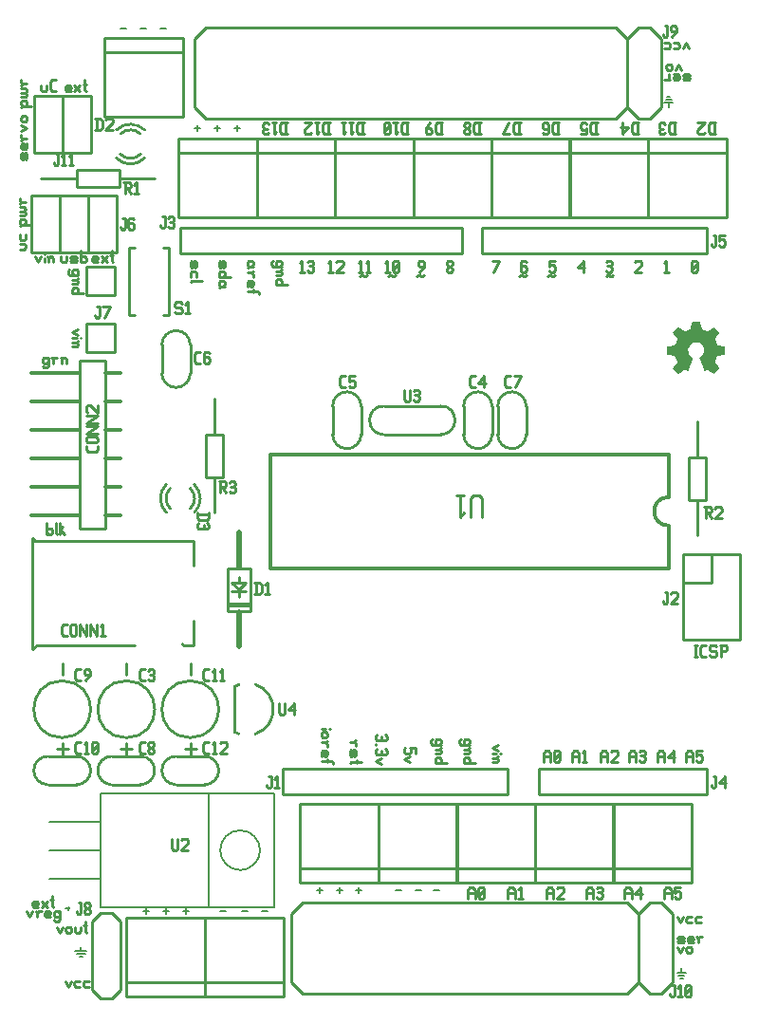
<source format=gbr>
G04 start of page 8 for group -4079 idx -4079 *
G04 Title: (unknown), topsilk *
G04 Creator: pcb 20110918 *
G04 CreationDate: Mon Jul 30 19:20:07 2012 UTC *
G04 For: frankenteddy *
G04 Format: Gerber/RS-274X *
G04 PCB-Dimensions: 259500 348500 *
G04 PCB-Coordinate-Origin: lower left *
%MOIN*%
%FSLAX25Y25*%
%LNTOPSILK*%
%ADD74C,0.0050*%
%ADD73C,0.0120*%
%ADD72C,0.0200*%
%ADD71C,0.0125*%
%ADD70C,0.0100*%
%ADD69C,0.0070*%
%ADD68C,0.0001*%
G54D68*G36*
X239977Y240714D02*X242554D01*
X242637Y240682D01*
X242684Y240606D01*
X242733Y240367D01*
X242777Y240145D01*
X243168Y238013D01*
X243215Y237925D01*
X243298Y237867D01*
X243401Y237823D01*
X244191Y237552D01*
X244941Y237194D01*
X244947D01*
X245034Y237156D01*
X245131Y237142D01*
X245229Y237173D01*
X247002Y238392D01*
X247193Y238517D01*
X247394Y238653D01*
X247480Y238678D01*
X247562Y238642D01*
X247893Y238312D01*
X248397Y237812D01*
X248555Y237649D01*
X249054Y237151D01*
X249216Y236994D01*
X249384Y236820D01*
X249423Y236735D01*
X249401Y236646D01*
X249265Y236445D01*
X249136Y236255D01*
X247947Y234519D01*
X247915Y234427D01*
X247930Y234330D01*
X247975Y234231D01*
X248658Y232625D01*
X248695Y232534D01*
X248758Y232456D01*
X248848Y232409D01*
X250887Y232028D01*
X251111Y231985D01*
X251354Y231942D01*
X251429Y231895D01*
X251458Y231812D01*
Y229235D01*
X251429Y229146D01*
X251354Y229099D01*
X251111Y229056D01*
X250887Y229013D01*
X248908Y228644D01*
X248820Y228596D01*
X248766Y228513D01*
X248738Y228453D01*
Y228442D01*
X248023Y226669D01*
X248018Y226657D01*
X248001Y226614D01*
X247984Y226513D01*
X248012Y226419D01*
X249141Y224787D01*
X249265Y224596D01*
X249406Y224395D01*
X249425Y224309D01*
X249384Y224227D01*
X249216Y224048D01*
X249054Y223891D01*
X247736Y222573D01*
X247562Y222405D01*
X247480Y222364D01*
X247394Y222382D01*
X247193Y222524D01*
X247002Y222648D01*
X245408Y223745D01*
X245309Y223774D01*
X245212Y223755D01*
X244881Y223571D01*
X244687Y223462D01*
X244340Y223284D01*
X244255Y223278D01*
X244193Y223338D01*
X244047Y223695D01*
X243959Y223902D01*
X242576Y227260D01*
X242488Y227466D01*
X242391Y227699D01*
X242387Y227794D01*
X242440Y227867D01*
X242663Y227998D01*
X242804Y228106D01*
X243340Y228552D01*
X243755Y229116D01*
X244022Y229775D01*
X244116Y230505D01*
X244058Y231080D01*
X243893Y231614D01*
X243630Y232099D01*
X243281Y232521D01*
X242861Y232870D01*
X242377Y233134D01*
X241843Y233299D01*
X241269Y233357D01*
X240694Y233299D01*
X240159Y233134D01*
X239676Y232870D01*
X239254Y232521D01*
X238906Y232099D01*
X238644Y231614D01*
X238479Y231080D01*
X238420Y230505D01*
X238513Y229775D01*
X238780Y229116D01*
X239194Y228552D01*
X239733Y228106D01*
X239869Y227998D01*
X240091Y227867D01*
X240145Y227794D01*
X240140Y227699D01*
X240043Y227466D01*
X239955Y227260D01*
X238572Y223902D01*
X238486Y223695D01*
X238338Y223338D01*
X238277Y223278D01*
X238193Y223284D01*
X237851Y223462D01*
X237650Y223571D01*
X237319Y223755D01*
X237220Y223774D01*
X237123Y223745D01*
X235529Y222648D01*
X235344Y222524D01*
X235138Y222382D01*
X235051Y222364D01*
X234969Y222405D01*
X234795Y222573D01*
X234638Y222735D01*
X234140Y223234D01*
X233977Y223392D01*
X233477Y223891D01*
X233315Y224048D01*
X233147Y224227D01*
X233108Y224309D01*
X233130Y224395D01*
X233266Y224596D01*
X233397Y224787D01*
X234519Y226419D01*
X234547Y226513D01*
X234530Y226614D01*
X234508Y226674D01*
X233798Y228448D01*
X233765Y228513D01*
X233711Y228596D01*
X233625Y228644D01*
X231644Y229013D01*
X231422Y229056D01*
X231183Y229099D01*
X231104Y229149D01*
X231075Y229235D01*
Y231812D01*
X231104Y231895D01*
X231183Y231942D01*
X231422Y231991D01*
X231644Y232028D01*
X233684Y232409D01*
X233773Y232456D01*
X233836Y232539D01*
X233873Y232625D01*
X234562Y234231D01*
X234601Y234330D01*
X234618Y234427D01*
X234590Y234519D01*
X233397Y236260D01*
X233266Y236445D01*
X233130Y236646D01*
X233108Y236735D01*
X233147Y236820D01*
X233315Y236994D01*
X233477Y237151D01*
X234969Y238642D01*
X235051Y238678D01*
X235138Y238659D01*
X235344Y238523D01*
X235529Y238392D01*
X237302Y237173D01*
X237400Y237144D01*
X237498Y237162D01*
X237584Y237194D01*
X237595Y237199D01*
X238341Y237553D01*
X239131Y237828D01*
X239234Y237867D01*
X239318Y237925D01*
X239363Y238013D01*
X239761Y240145D01*
X239798Y240367D01*
X239847Y240606D01*
X239894Y240682D01*
X239977Y240714D01*
G37*
G54D69*X81500Y33500D02*X83500D01*
X88500D02*X90500D01*
X108000Y41000D02*X110000D01*
X109000Y40000D02*Y42000D01*
X115000Y41000D02*X117000D01*
X116000Y40000D02*Y42000D01*
X121500Y41000D02*X123500D01*
X122500Y40000D02*Y42000D01*
X135500Y41000D02*X137500D01*
X142500D02*X144500D01*
X149000D02*X151000D01*
X234500Y12000D02*X237500D01*
X236000D02*Y13500D01*
X235000Y11000D02*X237000D01*
X235500Y10000D02*X236500D01*
X231500Y316000D02*Y317500D01*
X231000Y319500D02*X232000D01*
X230500Y318500D02*X232500D01*
X230000Y317500D02*X233000D01*
X53000Y343500D02*X55000D01*
X46000D02*X48000D01*
X39000D02*X41000D01*
X79000Y308500D02*X81000D01*
X80000Y307500D02*Y309500D01*
X72000Y308500D02*X74000D01*
X73000Y307500D02*Y309500D01*
X65000Y308500D02*X67000D01*
X66000Y307500D02*Y309500D01*
X61000Y33500D02*X63000D01*
X62000Y32500D02*Y34500D01*
X74000Y33500D02*X76000D01*
X47000D02*X49000D01*
X48000Y32500D02*Y34500D01*
X54000Y33500D02*X56000D01*
X55000Y32500D02*Y34500D01*
X23000Y19500D02*X27000D01*
X25000D02*Y21000D01*
X23500Y18500D02*X26500D01*
X24500Y17500D02*X25500D01*
X19500Y34500D02*X21000D01*
X20500Y35000D01*
Y34000D01*
X21000Y34500D01*
G54D70*X19500Y9000D02*X20500Y7000D01*
X21500Y9000D02*X20500Y7000D01*
X23200Y9000D02*X24700D01*
X22700Y8500D02*X23200Y9000D01*
X22700Y8500D02*Y7500D01*
X23200Y7000D01*
X24700D01*
X26400Y9000D02*X27900D01*
X25900Y8500D02*X26400Y9000D01*
X25900Y8500D02*Y7500D01*
X26400Y7000D01*
X27900D01*
X16500Y28000D02*X17500Y26000D01*
X18500Y28000D02*X17500Y26000D01*
X19700Y27500D02*Y26500D01*
Y27500D02*X20200Y28000D01*
X21200D01*
X21700Y27500D01*
Y26500D01*
X21200Y26000D02*X21700Y26500D01*
X20200Y26000D02*X21200D01*
X19700Y26500D02*X20200Y26000D01*
X22900Y28000D02*Y26500D01*
X23400Y26000D01*
X24400D01*
X24900Y26500D01*
Y28000D02*Y26500D01*
X26600Y30000D02*Y26500D01*
X27100Y26000D01*
X26100Y28500D02*X27100D01*
X8500Y35000D02*X10000D01*
X8000Y35500D02*X8500Y35000D01*
X8000Y36500D02*Y35500D01*
Y36500D02*X8500Y37000D01*
X9500D01*
X10000Y36500D01*
X8000Y36000D02*X10000D01*
Y36500D02*Y36000D01*
X11200Y37000D02*X13200Y35000D01*
X11200D02*X13200Y37000D01*
X14900Y39000D02*Y35500D01*
X15400Y35000D01*
X14400Y37500D02*X15400D01*
X6000Y33500D02*X7000Y31500D01*
X8000Y33500D02*X7000Y31500D01*
X9700Y33000D02*Y31500D01*
Y33000D02*X10200Y33500D01*
X11200D01*
X9200D02*X9700Y33000D01*
X12900Y31500D02*X14400D01*
X12400Y32000D02*X12900Y31500D01*
X12400Y33000D02*Y32000D01*
Y33000D02*X12900Y33500D01*
X13900D01*
X14400Y33000D01*
X12400Y32500D02*X14400D01*
Y33000D02*Y32500D01*
X17100Y33500D02*X17600Y33000D01*
X16100Y33500D02*X17100D01*
X15600Y33000D02*X16100Y33500D01*
X15600Y33000D02*Y32000D01*
X16100Y31500D01*
X17100D01*
X17600Y32000D01*
X15600Y30500D02*X16100Y30000D01*
X17100D01*
X17600Y30500D01*
Y33500D02*Y30500D01*
X18000Y263500D02*Y262000D01*
X18500Y261500D01*
X19500D01*
X20000Y262000D01*
Y263500D02*Y262000D01*
X21700Y261500D02*X23200D01*
X23700Y262000D01*
X23200Y262500D02*X23700Y262000D01*
X21700Y262500D02*X23200D01*
X21200Y263000D02*X21700Y262500D01*
X21200Y263000D02*X21700Y263500D01*
X23200D01*
X23700Y263000D01*
X21200Y262000D02*X21700Y261500D01*
X24900Y265500D02*Y261500D01*
Y262000D02*X25400Y261500D01*
X26400D01*
X26900Y262000D01*
Y263000D02*Y262000D01*
X26400Y263500D02*X26900Y263000D01*
X25400Y263500D02*X26400D01*
X24900Y263000D02*X25400Y263500D01*
X29500Y261500D02*X31000D01*
X29000Y262000D02*X29500Y261500D01*
X29000Y263000D02*Y262000D01*
Y263000D02*X29500Y263500D01*
X30500D01*
X31000Y263000D01*
X29000Y262500D02*X31000D01*
Y263000D02*Y262500D01*
X32200Y263500D02*X34200Y261500D01*
X32200D02*X34200Y263500D01*
X35900Y265500D02*Y262000D01*
X36400Y261500D01*
X35400Y264000D02*X36400D01*
X9000Y263500D02*X10000Y261500D01*
X11000Y263500D02*X10000Y261500D01*
X12200Y264500D02*Y264400D01*
Y263000D02*Y261500D01*
X13700Y263000D02*Y261500D01*
Y263000D02*X14200Y263500D01*
X14700D01*
X15200Y263000D01*
Y261500D01*
X13200Y263500D02*X13700Y263000D01*
X3500Y266000D02*X5000D01*
X5500Y266500D01*
Y267500D02*Y266500D01*
Y267500D02*X5000Y268000D01*
X3500D02*X5000D01*
X3500Y271200D02*Y269700D01*
X4000Y269200D02*X3500Y269700D01*
X4000Y269200D02*X5000D01*
X5500Y269700D01*
Y271200D02*Y269700D01*
X4000Y274700D02*X7000D01*
X3500Y274200D02*X4000Y274700D01*
X3500Y275200D01*
Y276200D02*Y275200D01*
Y276200D02*X4000Y276700D01*
X5000D01*
X5500Y276200D02*X5000Y276700D01*
X5500Y276200D02*Y275200D01*
X5000Y274700D02*X5500Y275200D01*
X3500Y277900D02*X5000D01*
X5500Y278400D01*
Y278900D02*Y278400D01*
Y278900D02*X5000Y279400D01*
X3500D02*X5000D01*
X5500Y279900D01*
Y280400D02*Y279900D01*
Y280400D02*X5000Y280900D01*
X3500D02*X5000D01*
X4000Y282600D02*X5500D01*
X4000D02*X3500Y283100D01*
Y284100D02*Y283100D01*
Y282100D02*X4000Y282600D01*
X11000Y323500D02*Y322000D01*
X11500Y321500D01*
X12500D01*
X13000Y322000D01*
Y323500D02*Y322000D01*
X14900Y321500D02*X16200D01*
X14200Y322200D02*X14900Y321500D01*
X14200Y324800D02*Y322200D01*
Y324800D02*X14900Y325500D01*
X16200D01*
X20000Y321500D02*X21500D01*
X19500Y322000D02*X20000Y321500D01*
X19500Y323000D02*Y322000D01*
Y323000D02*X20000Y323500D01*
X21000D01*
X21500Y323000D01*
X19500Y322500D02*X21500D01*
Y323000D02*Y322500D01*
X22700Y323500D02*X24700Y321500D01*
X22700D02*X24700Y323500D01*
X26400Y325500D02*Y322000D01*
X26900Y321500D01*
X25900Y324000D02*X26900D01*
X6000Y299500D02*Y298000D01*
Y299500D02*X5500Y300000D01*
X5000Y299500D02*X5500Y300000D01*
X5000Y299500D02*Y298000D01*
X4500Y297500D02*X5000Y298000D01*
X4500Y297500D02*X4000Y298000D01*
Y299500D02*Y298000D01*
Y299500D02*X4500Y300000D01*
X5500Y297500D02*X6000Y298000D01*
Y303200D02*Y301700D01*
X5500Y301200D02*X6000Y301700D01*
X4500Y301200D02*X5500D01*
X4500D02*X4000Y301700D01*
Y302700D02*Y301700D01*
Y302700D02*X4500Y303200D01*
X5000D02*Y301200D01*
X4500Y303200D02*X5000D01*
X4500Y304900D02*X6000D01*
X4500D02*X4000Y305400D01*
Y306400D02*Y305400D01*
Y304400D02*X4500Y304900D01*
X4000Y307600D02*X6000Y308600D01*
X4000Y309600D02*X6000Y308600D01*
X4500Y310800D02*X5500D01*
X4500D02*X4000Y311300D01*
Y312300D02*Y311300D01*
Y312300D02*X4500Y312800D01*
X5500D01*
X6000Y312300D02*X5500Y312800D01*
X6000Y312300D02*Y311300D01*
X5500Y310800D02*X6000Y311300D01*
X4500Y316300D02*X7500D01*
X4000Y315800D02*X4500Y316300D01*
X4000Y316800D01*
Y317800D02*Y316800D01*
Y317800D02*X4500Y318300D01*
X5500D01*
X6000Y317800D02*X5500Y318300D01*
X6000Y317800D02*Y316800D01*
X5500Y316300D02*X6000Y316800D01*
X4000Y319500D02*X5500D01*
X6000Y320000D01*
Y320500D02*Y320000D01*
Y320500D02*X5500Y321000D01*
X4000D02*X5500D01*
X6000Y321500D01*
Y322000D02*Y321500D01*
Y322000D02*X5500Y322500D01*
X4000D02*X5500D01*
X4500Y324200D02*X6000D01*
X4500D02*X4000Y324700D01*
Y325700D02*Y324700D01*
Y323700D02*X4500Y324200D01*
X24000Y257500D02*X23500Y257000D01*
X24000Y258500D02*Y257500D01*
X23500Y259000D02*X24000Y258500D01*
X22500Y259000D02*X23500D01*
X22500D02*X22000Y258500D01*
Y257500D01*
X22500Y257000D01*
X21000Y259000D02*X20500Y258500D01*
Y257500D01*
X21000Y257000D01*
X24000D01*
X22000Y255300D02*X23500D01*
X24000Y254800D01*
Y254300D01*
X23500Y253800D01*
X22000D02*X23500D01*
X24000Y255800D02*X23500Y255300D01*
X22000Y250600D02*X26000D01*
X22000Y251100D02*X22500Y250600D01*
X22000Y252100D02*Y251100D01*
X22500Y252600D02*X22000Y252100D01*
X22500Y252600D02*X23500D01*
X24000Y252100D01*
Y251100D01*
X23500Y250600D01*
X24000Y238000D02*X22000Y237000D01*
X24000Y236000D02*X22000Y237000D01*
X24900Y234800D02*X25000D01*
X22000D02*X23500D01*
X22000Y233300D02*X23500D01*
X24000Y232800D01*
Y232300D01*
X23500Y231800D01*
X22000D02*X23500D01*
X24000Y233800D02*X23500Y233300D01*
X13000Y228000D02*X13500Y227500D01*
X12000Y228000D02*X13000D01*
X11500Y227500D02*X12000Y228000D01*
X11500Y227500D02*Y226500D01*
X12000Y226000D01*
X13000D01*
X13500Y226500D01*
X11500Y225000D02*X12000Y224500D01*
X13000D01*
X13500Y225000D01*
Y228000D02*Y225000D01*
X15200Y227500D02*Y226000D01*
Y227500D02*X15700Y228000D01*
X16700D01*
X14700D02*X15200Y227500D01*
X18400D02*Y226000D01*
Y227500D02*X18900Y228000D01*
X19400D01*
X19900Y227500D01*
Y226000D01*
X17900Y228000D02*X18400Y227500D01*
X13000Y170000D02*Y166000D01*
Y166500D02*X13500Y166000D01*
X14500D01*
X15000Y166500D01*
Y167500D02*Y166500D01*
X14500Y168000D02*X15000Y167500D01*
X13500Y168000D02*X14500D01*
X13000Y167500D02*X13500Y168000D01*
X16200Y170000D02*Y166500D01*
X16700Y166000D01*
X17700Y170000D02*Y166000D01*
Y167500D02*X19200Y166000D01*
X17700Y167500D02*X18700Y168500D01*
X247500Y310500D02*Y306500D01*
X246200D02*X245500Y307200D01*
Y309800D02*Y307200D01*
X246200Y310500D02*X245500Y309800D01*
X246200Y310500D02*X248000D01*
X246200Y306500D02*X248000D01*
X244300Y307000D02*X243800Y306500D01*
X242300D02*X243800D01*
X242300D02*X241800Y307000D01*
Y308000D02*Y307000D01*
X244300Y310500D02*X241800Y308000D01*
Y310500D02*X244300D01*
X238500Y336500D02*X237500Y338500D01*
X236500Y336500D02*X237500Y338500D01*
X233300Y336500D02*X234800D01*
X235300Y337000D02*X234800Y336500D01*
X235300Y338000D02*Y337000D01*
Y338000D02*X234800Y338500D01*
X233300D02*X234800D01*
X230100Y336500D02*X231600D01*
X232100Y337000D02*X231600Y336500D01*
X232100Y338000D02*Y337000D01*
Y338000D02*X231600Y338500D01*
X230100D02*X231600D01*
X237000Y327500D02*X238500D01*
X237000D02*X236500Y327000D01*
X237000Y326500D02*X236500Y327000D01*
X237000Y326500D02*X238500D01*
X239000Y326000D02*X238500Y326500D01*
X239000Y326000D02*X238500Y325500D01*
X237000D02*X238500D01*
X237000D02*X236500Y326000D01*
X239000Y327000D02*X238500Y327500D01*
X233300D02*X234800D01*
X235300Y327000D02*X234800Y327500D01*
X235300Y327000D02*Y326000D01*
X234800Y325500D01*
X233800D02*X234800D01*
X233800D02*X233300Y326000D01*
Y326500D02*X235300D01*
X233300D02*Y326000D01*
X231600Y327500D02*Y326000D01*
X231100Y325500D01*
X230100D02*X231100D01*
X232100D02*X231600Y326000D01*
X236000Y329000D02*X235000Y331000D01*
X234000Y329000D02*X235000Y331000D01*
X232800Y330500D02*Y329500D01*
X232300Y329000D01*
X231300D02*X232300D01*
X231300D02*X230800Y329500D01*
Y330500D02*Y329500D01*
X231300Y331000D02*X230800Y330500D01*
X231300Y331000D02*X232300D01*
X232800Y330500D02*X232300Y331000D01*
X233500Y310500D02*Y306500D01*
X232200D02*X231500Y307200D01*
Y309800D02*Y307200D01*
X232200Y310500D02*X231500Y309800D01*
X232200Y310500D02*X234000D01*
X232200Y306500D02*X234000D01*
X230300Y307000D02*X229800Y306500D01*
X228800D02*X229800D01*
X228800D02*X228300Y307000D01*
X228800Y310500D02*X228300Y310000D01*
X228800Y310500D02*X229800D01*
X230300Y310000D02*X229800Y310500D01*
X228800Y308300D02*X229800D01*
X228300Y307800D02*Y307000D01*
Y310000D02*Y308800D01*
X228800Y308300D01*
X228300Y307800D02*X228800Y308300D01*
X220500Y310500D02*Y306500D01*
X219200D02*X218500Y307200D01*
Y309800D02*Y307200D01*
X219200Y310500D02*X218500Y309800D01*
X219200Y310500D02*X221000D01*
X219200Y306500D02*X221000D01*
X217300Y309000D02*X215300Y306500D01*
X214800Y309000D02*X217300D01*
X215300Y310500D02*Y306500D01*
X206000Y310500D02*Y306500D01*
X204700D02*X204000Y307200D01*
Y309800D02*Y307200D01*
X204700Y310500D02*X204000Y309800D01*
X204700Y310500D02*X206500D01*
X204700Y306500D02*X206500D01*
X200800D02*X202800D01*
Y308500D02*Y306500D01*
Y308500D02*X202300Y308000D01*
X201300D02*X202300D01*
X201300D02*X200800Y308500D01*
Y310000D02*Y308500D01*
X201300Y310500D02*X200800Y310000D01*
X201300Y310500D02*X202300D01*
X202800Y310000D02*X202300Y310500D01*
X239500Y258500D02*X240000Y258000D01*
X239500Y261500D02*Y258500D01*
Y261500D02*X240000Y262000D01*
X241000D01*
X241500Y261500D01*
Y258500D01*
X241000Y258000D02*X241500Y258500D01*
X240000Y258000D02*X241000D01*
X239500Y259000D02*X241500Y261000D01*
X230000Y261200D02*X230800Y262000D01*
Y258000D01*
X230000D02*X231500D01*
X219500Y261500D02*X220000Y262000D01*
X221500D01*
X222000Y261500D01*
Y260500D01*
X219500Y258000D02*X222000Y260500D01*
X219500Y258000D02*X222000D01*
X209500Y261500D02*X210000Y262000D01*
X211000D01*
X211500Y261500D01*
X211000Y258000D02*X211500Y258500D01*
X210000Y258000D02*X211000D01*
X209500Y258500D02*X210000Y258000D01*
Y260200D02*X211000D01*
X211500Y261500D02*Y260700D01*
Y259700D02*Y258500D01*
Y259700D02*X211000Y260200D01*
X211500Y260700D02*X211000Y260200D01*
X199500Y259500D02*X201500Y262000D01*
X199500Y259500D02*X202000D01*
X201500Y262000D02*Y258000D01*
X209500Y256500D02*X210000Y257000D01*
X210500D01*
X211000Y256500D01*
X211500D01*
X212000Y257000D01*
X192500Y310500D02*Y306500D01*
X191200D02*X190500Y307200D01*
Y309800D02*Y307200D01*
X191200Y310500D02*X190500Y309800D01*
X191200Y310500D02*X193000D01*
X191200Y306500D02*X193000D01*
X187800D02*X187300Y307000D01*
X187800Y306500D02*X188800D01*
X189300Y307000D02*X188800Y306500D01*
X189300Y310000D02*Y307000D01*
Y310000D02*X188800Y310500D01*
X187800Y308300D02*X187300Y308800D01*
X187800Y308300D02*X189300D01*
X187800Y310500D02*X188800D01*
X187800D02*X187300Y310000D01*
Y308800D01*
X179000Y310500D02*Y306500D01*
X177700D02*X177000Y307200D01*
Y309800D02*Y307200D01*
X177700Y310500D02*X177000Y309800D01*
X177700Y310500D02*X179500D01*
X177700Y306500D02*X179500D01*
X175300Y310500D02*X173300Y306500D01*
X175800D01*
X165000Y310500D02*Y306500D01*
X163700D02*X163000Y307200D01*
Y309800D02*Y307200D01*
X163700Y310500D02*X163000Y309800D01*
X163700Y310500D02*X165500D01*
X163700Y306500D02*X165500D01*
X161800Y310000D02*X161300Y310500D01*
X161800Y310000D02*Y309200D01*
X161100Y308500D01*
X160500D02*X161100D01*
X160500D02*X159800Y309200D01*
Y310000D02*Y309200D01*
X160300Y310500D02*X159800Y310000D01*
X160300Y310500D02*X161300D01*
X161800Y307800D02*X161100Y308500D01*
X161800Y307800D02*Y307000D01*
X161300Y306500D01*
X160300D02*X161300D01*
X160300D02*X159800Y307000D01*
Y307800D02*Y307000D01*
X160500Y308500D02*X159800Y307800D01*
X151500Y310500D02*Y306500D01*
X150200D02*X149500Y307200D01*
Y309800D02*Y307200D01*
X150200Y310500D02*X149500Y309800D01*
X150200Y310500D02*X152000D01*
X150200Y306500D02*X152000D01*
X147800Y310500D02*X146300Y308500D01*
Y307000D01*
X146800Y306500D02*X146300Y307000D01*
X146800Y306500D02*X147800D01*
X148300Y307000D02*X147800Y306500D01*
X148300Y308000D02*Y307000D01*
Y308000D02*X147800Y308500D01*
X146300D02*X147800D01*
X139500Y310500D02*Y306500D01*
X138200D02*X137500Y307200D01*
Y309800D02*Y307200D01*
X138200Y310500D02*X137500Y309800D01*
X138200Y310500D02*X140000D01*
X138200Y306500D02*X140000D01*
X136300Y307300D02*X135500Y306500D01*
Y310500D02*Y306500D01*
X134800Y310500D02*X136300D01*
X133600Y310000D02*X133100Y310500D01*
X133600Y310000D02*Y307000D01*
X133100Y306500D01*
X132100D02*X133100D01*
X132100D02*X131600Y307000D01*
Y310000D02*Y307000D01*
X132100Y310500D02*X131600Y310000D01*
X132100Y310500D02*X133100D01*
X133600Y309500D02*X131600Y307500D01*
X124000Y310500D02*Y306500D01*
X122700D02*X122000Y307200D01*
Y309800D02*Y307200D01*
X122700Y310500D02*X122000Y309800D01*
X122700Y310500D02*X124500D01*
X122700Y306500D02*X124500D01*
X120800Y307300D02*X120000Y306500D01*
Y310500D02*Y306500D01*
X119300Y310500D02*X120800D01*
X118100Y307300D02*X117300Y306500D01*
Y310500D02*Y306500D01*
X116600Y310500D02*X118100D01*
X112000D02*Y306500D01*
X110700D02*X110000Y307200D01*
Y309800D02*Y307200D01*
X110700Y310500D02*X110000Y309800D01*
X110700Y310500D02*X112500D01*
X110700Y306500D02*X112500D01*
X108800Y307300D02*X108000Y306500D01*
Y310500D02*Y306500D01*
X107300Y310500D02*X108800D01*
X106100Y307000D02*X105600Y306500D01*
X104100D02*X105600D01*
X104100D02*X103600Y307000D01*
Y308000D02*Y307000D01*
X106100Y310500D02*X103600Y308000D01*
Y310500D02*X106100D01*
X97000D02*Y306500D01*
X95700D02*X95000Y307200D01*
Y309800D02*Y307200D01*
X95700Y310500D02*X95000Y309800D01*
X95700Y310500D02*X97500D01*
X95700Y306500D02*X97500D01*
X93800Y307300D02*X93000Y306500D01*
Y310500D02*Y306500D01*
X92300Y310500D02*X93800D01*
X91100Y307000D02*X90600Y306500D01*
X89600D02*X90600D01*
X89600D02*X89100Y307000D01*
X89600Y310500D02*X89100Y310000D01*
X89600Y310500D02*X90600D01*
X91100Y310000D02*X90600Y310500D01*
X89600Y308300D02*X90600D01*
X89100Y307800D02*Y307000D01*
Y310000D02*Y308800D01*
X89600Y308300D01*
X89100Y307800D02*X89600Y308300D01*
X189500Y262000D02*X191500D01*
X189500D02*Y260000D01*
X190000Y260500D01*
X191000D01*
X191500Y260000D01*
Y258500D01*
X191000Y258000D02*X191500Y258500D01*
X190000Y258000D02*X191000D01*
X189500Y258500D02*X190000Y258000D01*
X189000Y256500D02*X189500Y257000D01*
X190000D01*
X190500Y256500D01*
X191000D01*
X191500Y257000D01*
X181000Y262000D02*X181500Y261500D01*
X180000Y262000D02*X181000D01*
X179500Y261500D02*X180000Y262000D01*
X179500Y261500D02*Y258500D01*
X180000Y258000D01*
X181000Y260200D02*X181500Y259700D01*
X179500Y260200D02*X181000D01*
X180000Y258000D02*X181000D01*
X181500Y258500D01*
Y259700D02*Y258500D01*
X179000Y256500D02*X179500Y257000D01*
X180000D01*
X180500Y256500D01*
X181000D01*
X181500Y257000D01*
X170000Y258000D02*X172000Y262000D01*
X169500D02*X172000D01*
X153500Y258500D02*X154000Y258000D01*
X153500Y259300D02*Y258500D01*
Y259300D02*X154200Y260000D01*
X154800D01*
X155500Y259300D01*
Y258500D01*
X155000Y258000D02*X155500Y258500D01*
X154000Y258000D02*X155000D01*
X153500Y260700D02*X154200Y260000D01*
X153500Y261500D02*Y260700D01*
Y261500D02*X154000Y262000D01*
X155000D01*
X155500Y261500D01*
Y260700D01*
X154800Y260000D02*X155500Y260700D01*
X144000Y258000D02*X145500Y260000D01*
Y261500D02*Y260000D01*
X145000Y262000D02*X145500Y261500D01*
X144000Y262000D02*X145000D01*
X143500Y261500D02*X144000Y262000D01*
X143500Y261500D02*Y260500D01*
X144000Y260000D01*
X145500D01*
X143000Y256500D02*X143500Y257000D01*
X144000D01*
X144500Y256500D01*
X145000D01*
X145500Y257000D01*
X132000Y261200D02*X132800Y262000D01*
Y258000D01*
X132000D02*X133500D01*
X134700Y258500D02*X135200Y258000D01*
X134700Y261500D02*Y258500D01*
Y261500D02*X135200Y262000D01*
X136200D01*
X136700Y261500D01*
Y258500D01*
X136200Y258000D02*X136700Y258500D01*
X135200Y258000D02*X136200D01*
X134700Y259000D02*X136700Y261000D01*
X122500Y261200D02*X123300Y262000D01*
Y258000D01*
X122500D02*X124000D01*
X125200Y261200D02*X126000Y262000D01*
Y258000D01*
X125200D02*X126700D01*
X112000Y261200D02*X112800Y262000D01*
Y258000D01*
X112000D02*X113500D01*
X114700Y261500D02*X115200Y262000D01*
X116700D01*
X117200Y261500D01*
Y260500D01*
X114700Y258000D02*X117200Y260500D01*
X114700Y258000D02*X117200D01*
X102000Y261200D02*X102800Y262000D01*
Y258000D01*
X102000D02*X103500D01*
X104700Y261500D02*X105200Y262000D01*
X106200D01*
X106700Y261500D01*
X106200Y258000D02*X106700Y258500D01*
X105200Y258000D02*X106200D01*
X104700Y258500D02*X105200Y258000D01*
Y260200D02*X106200D01*
X106700Y261500D02*Y260700D01*
Y259700D02*Y258500D01*
Y259700D02*X106200Y260200D01*
X106700Y260700D02*X106200Y260200D01*
X123000Y256500D02*X123500Y257000D01*
X124000D01*
X124500Y256500D01*
X125000D01*
X125500Y257000D01*
X133000Y256500D02*X133500Y257000D01*
X134000D01*
X134500Y256500D01*
X135000D01*
X135500Y257000D01*
X95500Y260500D02*X95000Y260000D01*
X95500Y261500D02*Y260500D01*
X95000Y262000D02*X95500Y261500D01*
X94000Y262000D02*X95000D01*
X94000D02*X93500Y261500D01*
Y260500D01*
X94000Y260000D01*
X92500Y262000D02*X92000Y261500D01*
Y260500D01*
X92500Y260000D01*
X95500D01*
X93500Y258300D02*X95000D01*
X95500Y257800D01*
Y257300D01*
X95000Y256800D01*
X93500D02*X95000D01*
X95500Y258800D02*X95000Y258300D01*
X93500Y253600D02*X97500D01*
X93500Y254100D02*X94000Y253600D01*
X93500Y255100D02*Y254100D01*
X94000Y255600D02*X93500Y255100D01*
X94000Y255600D02*X95000D01*
X95500Y255100D01*
Y254100D01*
X95000Y253600D01*
X85500Y260500D02*X85000Y260000D01*
X85500Y261500D02*Y260500D01*
X85000Y262000D02*X85500Y261500D01*
X84000Y262000D02*X85000D01*
X84000D02*X83500Y261500D01*
X84000Y260000D02*X85500D01*
X84000D02*X83500Y259500D01*
Y261500D02*Y260500D01*
X84000Y260000D01*
X83500Y257800D02*X85000D01*
X85500Y257300D01*
Y256300D01*
Y258300D02*X85000Y257800D01*
X83500Y254600D02*Y253100D01*
X84000Y255100D02*X83500Y254600D01*
X84000Y255100D02*X85000D01*
X85500Y254600D01*
Y253600D01*
X85000Y253100D01*
X84500Y255100D02*Y253100D01*
X85000D01*
X83500Y251400D02*X87000D01*
X87500Y250900D01*
Y250400D01*
X85500Y251900D02*Y250900D01*
X73500Y261500D02*Y260000D01*
X74000Y259500D01*
X74500Y260000D02*X74000Y259500D01*
X74500Y261500D02*Y260000D01*
X75000Y262000D02*X74500Y261500D01*
X75000Y262000D02*X75500Y261500D01*
Y260000D01*
X75000Y259500D01*
X74000Y262000D02*X73500Y261500D01*
Y256300D02*X77500D01*
X73500Y256800D02*X74000Y256300D01*
X73500Y257800D02*Y256800D01*
X74000Y258300D02*X73500Y257800D01*
X74000Y258300D02*X75000D01*
X75500Y257800D01*
Y256800D01*
X75000Y256300D01*
X75500Y253600D02*X75000Y253100D01*
X75500Y254600D02*Y253600D01*
X75000Y255100D02*X75500Y254600D01*
X74000Y255100D02*X75000D01*
X74000D02*X73500Y254600D01*
X74000Y253100D02*X75500D01*
X74000D02*X73500Y252600D01*
Y254600D02*Y253600D01*
X74000Y253100D01*
X63500Y261500D02*Y260000D01*
X64000Y259500D01*
X64500Y260000D02*X64000Y259500D01*
X64500Y261500D02*Y260000D01*
X65000Y262000D02*X64500Y261500D01*
X65000Y262000D02*X65500Y261500D01*
Y260000D01*
X65000Y259500D01*
X64000Y262000D02*X63500Y261500D01*
X65500Y257800D02*Y256300D01*
X65000Y258300D02*X65500Y257800D01*
X64000Y258300D02*X65000D01*
X64000D02*X63500Y257800D01*
Y256300D01*
X64000Y255100D02*X67500D01*
X64000D02*X63500Y254600D01*
X161000Y41000D02*Y38000D01*
Y41000D02*X161700Y42000D01*
X162800D01*
X163500Y41000D01*
Y38000D01*
X161000Y40000D02*X163500D01*
X164700Y38500D02*X165200Y38000D01*
X164700Y41500D02*Y38500D01*
Y41500D02*X165200Y42000D01*
X166200D01*
X166700Y41500D01*
Y38500D01*
X166200Y38000D02*X166700Y38500D01*
X165200Y38000D02*X166200D01*
X164700Y39000D02*X166700Y41000D01*
X175000D02*Y38000D01*
Y41000D02*X175700Y42000D01*
X176800D01*
X177500Y41000D01*
Y38000D01*
X175000Y40000D02*X177500D01*
X178700Y41200D02*X179500Y42000D01*
Y38000D01*
X178700D02*X180200D01*
X188500Y41000D02*Y38000D01*
Y41000D02*X189200Y42000D01*
X190300D01*
X191000Y41000D01*
Y38000D01*
X188500Y40000D02*X191000D01*
X192200Y41500D02*X192700Y42000D01*
X194200D01*
X194700Y41500D01*
Y40500D01*
X192200Y38000D02*X194700Y40500D01*
X192200Y38000D02*X194700D01*
X202500Y41000D02*Y38000D01*
Y41000D02*X203200Y42000D01*
X204300D01*
X205000Y41000D01*
Y38000D01*
X202500Y40000D02*X205000D01*
X206200Y41500D02*X206700Y42000D01*
X207700D01*
X208200Y41500D01*
X207700Y38000D02*X208200Y38500D01*
X206700Y38000D02*X207700D01*
X206200Y38500D02*X206700Y38000D01*
Y40200D02*X207700D01*
X208200Y41500D02*Y40700D01*
Y39700D02*Y38500D01*
Y39700D02*X207700Y40200D01*
X208200Y40700D02*X207700Y40200D01*
X216000Y41000D02*Y38000D01*
Y41000D02*X216700Y42000D01*
X217800D01*
X218500Y41000D01*
Y38000D01*
X216000Y40000D02*X218500D01*
X219700Y39500D02*X221700Y42000D01*
X219700Y39500D02*X222200D01*
X221700Y42000D02*Y38000D01*
X230000Y41000D02*Y38000D01*
Y41000D02*X230700Y42000D01*
X231800D01*
X232500Y41000D01*
Y38000D01*
X230000Y40000D02*X232500D01*
X233700Y42000D02*X235700D01*
X233700D02*Y40000D01*
X234200Y40500D01*
X235200D01*
X235700Y40000D01*
Y38500D01*
X235200Y38000D02*X235700Y38500D01*
X234200Y38000D02*X235200D01*
X233700Y38500D02*X234200Y38000D01*
X234500Y31500D02*X235500Y29500D01*
X236500Y31500D02*X235500Y29500D01*
X238200Y31500D02*X239700D01*
X237700Y31000D02*X238200Y31500D01*
X237700Y31000D02*Y30000D01*
X238200Y29500D01*
X239700D01*
X241400Y31500D02*X242900D01*
X240900Y31000D02*X241400Y31500D01*
X240900Y31000D02*Y30000D01*
X241400Y29500D01*
X242900D01*
X240500Y127000D02*X241500D01*
X241000D02*Y123000D01*
X240500D02*X241500D01*
X243400D02*X244700D01*
X242700Y123700D02*X243400Y123000D01*
X242700Y126300D02*Y123700D01*
Y126300D02*X243400Y127000D01*
X244700D01*
X247900D02*X248400Y126500D01*
X246400Y127000D02*X247900D01*
X245900Y126500D02*X246400Y127000D01*
X245900Y126500D02*Y125500D01*
X246400Y125000D01*
X247900D01*
X248400Y124500D01*
Y123500D01*
X247900Y123000D02*X248400Y123500D01*
X246400Y123000D02*X247900D01*
X245900Y123500D02*X246400Y123000D01*
X250100Y127000D02*Y123000D01*
X249600Y127000D02*X251600D01*
X252100Y126500D01*
Y125500D01*
X251600Y125000D02*X252100Y125500D01*
X250100Y125000D02*X251600D01*
X235000Y22500D02*X236500D01*
X237000Y23000D01*
X236500Y23500D02*X237000Y23000D01*
X235000Y23500D02*X236500D01*
X234500Y24000D02*X235000Y23500D01*
X234500Y24000D02*X235000Y24500D01*
X236500D01*
X237000Y24000D01*
X234500Y23000D02*X235000Y22500D01*
X238700D02*X240200D01*
X238200Y23000D02*X238700Y22500D01*
X238200Y24000D02*Y23000D01*
Y24000D02*X238700Y24500D01*
X239700D01*
X240200Y24000D01*
X238200Y23500D02*X240200D01*
Y24000D02*Y23500D01*
X241900Y24000D02*Y22500D01*
Y24000D02*X242400Y24500D01*
X243400D01*
X241400D02*X241900Y24000D01*
X234500Y21000D02*X235500Y19000D01*
X236500Y21000D02*X235500Y19000D01*
X237700Y20500D02*Y19500D01*
Y20500D02*X238200Y21000D01*
X239200D01*
X239700Y20500D01*
Y19500D01*
X239200Y19000D02*X239700Y19500D01*
X238200Y19000D02*X239200D01*
X237700Y19500D02*X238200Y19000D01*
X187500Y89000D02*Y86000D01*
Y89000D02*X188200Y90000D01*
X189300D01*
X190000Y89000D01*
Y86000D01*
X187500Y88000D02*X190000D01*
X191200Y86500D02*X191700Y86000D01*
X191200Y89500D02*Y86500D01*
Y89500D02*X191700Y90000D01*
X192700D01*
X193200Y89500D01*
Y86500D01*
X192700Y86000D02*X193200Y86500D01*
X191700Y86000D02*X192700D01*
X191200Y87000D02*X193200Y89000D01*
X197500D02*Y86000D01*
Y89000D02*X198200Y90000D01*
X199300D01*
X200000Y89000D01*
Y86000D01*
X197500Y88000D02*X200000D01*
X201200Y89200D02*X202000Y90000D01*
Y86000D01*
X201200D02*X202700D01*
X207500Y89000D02*Y86000D01*
Y89000D02*X208200Y90000D01*
X209300D01*
X210000Y89000D01*
Y86000D01*
X207500Y88000D02*X210000D01*
X211200Y89500D02*X211700Y90000D01*
X213200D01*
X213700Y89500D01*
Y88500D01*
X211200Y86000D02*X213700Y88500D01*
X211200Y86000D02*X213700D01*
X217500Y89000D02*Y86000D01*
Y89000D02*X218200Y90000D01*
X219300D01*
X220000Y89000D01*
Y86000D01*
X217500Y88000D02*X220000D01*
X221200Y89500D02*X221700Y90000D01*
X222700D01*
X223200Y89500D01*
X222700Y86000D02*X223200Y86500D01*
X221700Y86000D02*X222700D01*
X221200Y86500D02*X221700Y86000D01*
Y88200D02*X222700D01*
X223200Y89500D02*Y88700D01*
Y87700D02*Y86500D01*
Y87700D02*X222700Y88200D01*
X223200Y88700D02*X222700Y88200D01*
X227500Y89000D02*Y86000D01*
Y89000D02*X228200Y90000D01*
X229300D01*
X230000Y89000D01*
Y86000D01*
X227500Y88000D02*X230000D01*
X231200Y87500D02*X233200Y90000D01*
X231200Y87500D02*X233700D01*
X233200Y90000D02*Y86000D01*
X237500Y89000D02*Y86000D01*
Y89000D02*X238200Y90000D01*
X239300D01*
X240000Y89000D01*
Y86000D01*
X237500Y88000D02*X240000D01*
X241200Y90000D02*X243200D01*
X241200D02*Y88000D01*
X241700Y88500D01*
X242700D01*
X243200Y88000D01*
Y86500D01*
X242700Y86000D02*X243200Y86500D01*
X241700Y86000D02*X242700D01*
X241200Y86500D02*X241700Y86000D01*
X171500Y92000D02*X169500Y91000D01*
X171500Y90000D02*X169500Y91000D01*
X172400Y88800D02*X172500D01*
X169500D02*X171000D01*
X169500Y87300D02*X171000D01*
X171500Y86800D01*
Y86300D01*
X171000Y85800D01*
X169500D02*X171000D01*
X171500Y87800D02*X171000Y87300D01*
X161500Y92500D02*X161000Y92000D01*
X161500Y93500D02*Y92500D01*
X161000Y94000D02*X161500Y93500D01*
X160000Y94000D02*X161000D01*
X160000D02*X159500Y93500D01*
Y92500D01*
X160000Y92000D01*
X158500Y94000D02*X158000Y93500D01*
Y92500D01*
X158500Y92000D01*
X161500D01*
X159500Y90300D02*X161000D01*
X161500Y89800D01*
Y89300D01*
X161000Y88800D01*
X159500D02*X161000D01*
X161500Y90800D02*X161000Y90300D01*
X159500Y85600D02*X163500D01*
X159500Y86100D02*X160000Y85600D01*
X159500Y87100D02*Y86100D01*
X160000Y87600D02*X159500Y87100D01*
X160000Y87600D02*X161000D01*
X161500Y87100D01*
Y86100D01*
X161000Y85600D01*
X151500Y92500D02*X151000Y92000D01*
X151500Y93500D02*Y92500D01*
X151000Y94000D02*X151500Y93500D01*
X150000Y94000D02*X151000D01*
X150000D02*X149500Y93500D01*
Y92500D01*
X150000Y92000D01*
X148500Y94000D02*X148000Y93500D01*
Y92500D01*
X148500Y92000D01*
X151500D01*
X149500Y90300D02*X151000D01*
X151500Y89800D01*
Y89300D01*
X151000Y88800D01*
X149500D02*X151000D01*
X151500Y90800D02*X151000Y90300D01*
X149500Y85600D02*X153500D01*
X149500Y86100D02*X150000Y85600D01*
X149500Y87100D02*Y86100D01*
X150000Y87600D02*X149500Y87100D01*
X150000Y87600D02*X151000D01*
X151500Y87100D01*
Y86100D01*
X151000Y85600D01*
X142500Y91000D02*Y89000D01*
X140500Y91000D02*X142500D01*
X140500D02*X141000Y90500D01*
Y89500D01*
X140500Y89000D01*
X139000D02*X140500D01*
X138500Y89500D02*X139000Y89000D01*
X138500Y90500D02*Y89500D01*
X139000Y91000D02*X138500Y90500D01*
X140500Y87800D02*X138500Y86800D01*
X140500Y85800D02*X138500Y86800D01*
X132000Y95500D02*X132500Y95000D01*
Y94000D01*
X132000Y93500D01*
X128500Y94000D02*X129000Y93500D01*
X128500Y95000D02*Y94000D01*
X129000Y95500D02*X128500Y95000D01*
X130700D02*Y94000D01*
X131200Y93500D02*X132000D01*
X129000D02*X130200D01*
X130700Y94000D01*
X131200Y93500D02*X130700Y94000D01*
X128500Y92300D02*Y91800D01*
X132000Y90600D02*X132500Y90100D01*
Y89100D01*
X132000Y88600D01*
X128500Y89100D02*X129000Y88600D01*
X128500Y90100D02*Y89100D01*
X129000Y90600D02*X128500Y90100D01*
X130700D02*Y89100D01*
X131200Y88600D02*X132000D01*
X129000D02*X130200D01*
X130700Y89100D01*
X131200Y88600D02*X130700Y89100D01*
X130500Y87400D02*X128500Y86400D01*
X130500Y85400D02*X128500Y86400D01*
X119500Y93000D02*X121000D01*
X121500Y92500D01*
Y91500D01*
Y93500D02*X121000Y93000D01*
X119500Y89800D02*Y88300D01*
X120000Y87800D01*
X120500Y88300D02*X120000Y87800D01*
X120500Y89800D02*Y88300D01*
X121000Y90300D02*X120500Y89800D01*
X121000Y90300D02*X121500Y89800D01*
Y88300D01*
X121000Y87800D01*
X120000Y90300D02*X119500Y89800D01*
X120000Y86100D02*X123500D01*
X120000D02*X119500Y85600D01*
X122000Y86600D02*Y85600D01*
X112400Y97500D02*X112500D01*
X109500D02*X111000D01*
X110000Y96500D02*X111000D01*
X111500Y96000D01*
Y95000D01*
X111000Y94500D01*
X110000D02*X111000D01*
X109500Y95000D02*X110000Y94500D01*
X109500Y96000D02*Y95000D01*
X110000Y96500D02*X109500Y96000D01*
Y92800D02*X111000D01*
X111500Y92300D01*
Y91300D01*
Y93300D02*X111000Y92800D01*
X109500Y89600D02*Y88100D01*
X110000Y90100D02*X109500Y89600D01*
X110000Y90100D02*X111000D01*
X111500Y89600D01*
Y88600D01*
X111000Y88100D01*
X110500Y90100D02*Y88100D01*
X111000D01*
X109500Y86400D02*X113000D01*
X113500Y85900D01*
Y85400D01*
X111500Y86900D02*Y85900D01*
X60000Y264500D02*X159000D01*
X60000Y273500D02*Y264500D01*
Y273500D02*X159000D01*
Y264500D01*
X63500Y232500D02*Y222500D01*
X53500Y232500D02*Y222500D01*
X63500Y232500D02*G75*G03X58500Y237500I-5000J0D01*G01*
G75*G03X53500Y232500I0J-5000D01*G01*
X58500Y217500D02*G75*G03X63500Y222500I0J5000D01*G01*
X53500D02*G75*G03X58500Y217500I5000J0D01*G01*
X69014Y200986D02*X69000Y201000D01*
X69014Y200986D02*X74986D01*
X69000Y186000D02*X75000D01*
X74986Y200986D02*X75000Y201000D01*
Y186000D01*
X69000Y201000D02*Y186000D01*
X71986Y185986D02*X72000Y186000D01*
X71986Y185986D02*Y173486D01*
Y201014D02*X72000Y201000D01*
X71986Y213486D02*Y201014D01*
X63536Y174964D02*G75*G03X63536Y182036I-3536J3536D01*G01*
X56464Y182036D02*G75*G03X56464Y174964I3536J-3536D01*G01*
X64950Y173550D02*G75*G03X64950Y183450I-4950J4950D01*G01*
X55050Y183450D02*G75*G03X55050Y173550I4950J-4950D01*G01*
X123500Y211000D02*Y201000D01*
X113500Y211000D02*Y201000D01*
X123500Y211000D02*G75*G03X118500Y216000I-5000J0D01*G01*
G75*G03X113500Y211000I0J-5000D01*G01*
X118500Y196000D02*G75*G03X123500Y201000I0J5000D01*G01*
X113500D02*G75*G03X118500Y196000I5000J0D01*G01*
X131500Y201000D02*X151500D01*
X131500Y211000D02*X151500D01*
Y201000D02*G75*G03X151500Y211000I0J5000D01*G01*
X131500D02*G75*G03X131500Y201000I0J-5000D01*G01*
G54D71*X7500Y222500D02*X24300D01*
X33700D02*X39000D01*
X7500Y212500D02*X24300D01*
X33700D02*X39000D01*
X7500Y202500D02*X24300D01*
X33700D02*X39000D01*
X7500Y192500D02*X24300D01*
X33700D02*X39000D01*
X7500Y182500D02*X24300D01*
X33700D02*X39000D01*
X7500Y172500D02*X24300D01*
X33700D02*X39000D01*
G54D70*X24500Y227000D02*X33500D01*
X24500Y168000D02*X33500D01*
X24500Y227000D02*Y168000D01*
X33500Y227000D02*Y168000D01*
X27000Y240000D02*Y230000D01*
X37000D01*
Y240000D01*
X27000D01*
Y260000D02*Y250000D01*
X37000D01*
Y260000D01*
X27000D01*
X54100Y266500D02*X55900D01*
X54100Y242900D02*X55900D01*
X42100Y266500D02*X43900D01*
X42100Y242900D02*X43900D01*
X55900Y266500D02*Y242900D01*
X42100Y266500D02*Y242900D01*
X33330Y340280D02*Y312720D01*
Y340280D02*X60890D01*
Y312720D01*
X33330D02*X60890D01*
X33330Y335358D02*X60890D01*
X46036Y306536D02*G75*G03X38964Y306536I-3536J-3536D01*G01*
X38964Y299464D02*G75*G03X46036Y299464I3536J3536D01*G01*
X47450Y307950D02*G75*G03X37550Y307950I-4950J-4950D01*G01*
X37550Y298050D02*G75*G03X47450Y298050I4950J4950D01*G01*
X7500Y265000D02*X37500D01*
Y285000D02*Y265000D01*
X7500Y285000D02*X37500D01*
X7500D02*Y265000D01*
X17500Y285000D02*Y265000D01*
X27500Y285000D02*Y265000D01*
X59330Y304780D02*Y277220D01*
Y304780D02*X86890D01*
Y277220D01*
X59330D02*X86890D01*
X59330Y299858D02*X86890D01*
X23500Y288028D02*X23486Y288014D01*
X23500Y294000D02*Y288028D01*
X38486Y294014D02*Y288014D01*
X23500Y294000D02*X23486Y294014D01*
X38486D01*
X23486Y288014D02*X38486D01*
X38500Y291000D02*X38486Y291014D01*
X38500Y291000D02*X51000D01*
X23472D02*X23486Y291014D01*
X11000Y291000D02*X23472D01*
X28500Y320000D02*Y300000D01*
X8500Y320000D02*X28500D01*
X8500D02*Y300000D01*
X28500D01*
X18500Y320000D02*Y300000D01*
X96000Y83500D02*Y74500D01*
X175000Y83500D02*Y74500D01*
X96000Y83500D02*X175000D01*
X96000Y74500D02*X175000D01*
X236500Y159000D02*Y129000D01*
X256500D01*
Y159000D01*
X236500D01*
Y149000D02*X246500D01*
Y159000D01*
X245000Y83500D02*Y74500D01*
X186000Y83500D02*Y74500D01*
X245000D01*
X186000Y83500D02*X245000D01*
X76500Y154000D02*Y139000D01*
Y154000D02*X84500D01*
Y139000D01*
X76500D02*X84500D01*
X78000Y149000D02*X83000D01*
X78000Y146000D02*X83000D01*
X80500Y146500D02*X83000Y149000D01*
X80500Y146500D02*X78000Y149000D01*
G54D72*X80500Y138500D02*Y126500D01*
Y166500D02*Y154500D01*
G54D70*Y145500D02*Y144000D01*
Y151000D02*Y149500D01*
X76500Y141000D02*X84500D01*
X76500Y141500D02*X84000D01*
X78950Y112440D02*Y96560D01*
X86328Y95798D02*G75*G03X86479Y113151I-2828J8702D01*G01*
X80672Y113202D02*G75*G03X79064Y112503I2828J-8702D01*G01*
X78925Y96576D02*G75*G03X80521Y95849I4575J7924D01*G01*
X64500Y163500D02*Y155000D01*
X9000Y163500D02*X64500D01*
X8000Y164500D02*X9000Y163500D01*
X8000Y164500D02*Y125500D01*
X9500Y127000D02*X8000Y125500D01*
X9500Y127000D02*X44000D01*
X61000D02*X60500Y127500D01*
X61000Y127000D02*X64500D01*
Y135500D02*Y127000D01*
X63500Y92500D02*Y88500D01*
X61500Y90500D02*X65500D01*
X63500Y120500D02*Y116500D01*
Y94500D02*G75*G03X63500Y94500I0J10000D01*G01*
X41000Y92500D02*Y88500D01*
X39000Y90500D02*X43000D01*
X41000Y120500D02*Y116500D01*
Y94500D02*G75*G03X41000Y94500I0J10000D01*G01*
X18500Y92500D02*Y88500D01*
X16500Y90500D02*X20500D01*
X18500Y120500D02*Y116500D01*
Y94500D02*G75*G03X18500Y94500I0J10000D01*G01*
X244486Y178014D02*X244500Y178000D01*
X238514Y178014D02*X244486D01*
X238500Y193000D02*X244500D01*
X238514Y178014D02*X238500Y178000D01*
Y193000D02*Y178000D01*
X244500Y193000D02*Y178000D01*
X241514Y193014D02*X241500Y193000D01*
X241514Y205514D02*Y193014D01*
Y177986D02*X241500Y178000D01*
X241514Y177986D02*Y165514D01*
X166000Y273500D02*Y264500D01*
X245000Y273500D02*Y264500D01*
X166000Y273500D02*X245000D01*
X166000Y264500D02*X245000D01*
X181500Y211000D02*Y201000D01*
X171500Y211000D02*Y201000D01*
X181500Y211000D02*G75*G03X176500Y216000I-5000J0D01*G01*
G75*G03X171500Y211000I0J-5000D01*G01*
X176500Y196000D02*G75*G03X181500Y201000I0J5000D01*G01*
X171500D02*G75*G03X176500Y196000I5000J0D01*G01*
X169500Y211000D02*Y201000D01*
X159500Y211000D02*Y201000D01*
X169500Y211000D02*G75*G03X164500Y216000I-5000J0D01*G01*
G75*G03X159500Y211000I0J-5000D01*G01*
X164500Y196000D02*G75*G03X169500Y201000I0J5000D01*G01*
X159500D02*G75*G03X164500Y196000I5000J0D01*G01*
X86830Y304780D02*Y277220D01*
Y304780D02*X114390D01*
Y277220D01*
X86830D02*X114390D01*
X86830Y299858D02*X114390D01*
X114330Y304780D02*Y277220D01*
Y304780D02*X141890D01*
Y277220D01*
X114330D02*X141890D01*
X114330Y299858D02*X141890D01*
X141830Y304780D02*Y277220D01*
Y304780D02*X169390D01*
Y277220D01*
X141830D02*X169390D01*
X141830Y299858D02*X169390D01*
X169330Y304780D02*Y277220D01*
Y304780D02*X196890D01*
Y277220D01*
X169330D02*X196890D01*
X169330Y299858D02*X196890D01*
X65000Y340000D02*Y316000D01*
X69000Y312000D01*
X213000D01*
Y344000D02*X69000D01*
X65000Y340000D01*
X217000Y316000D02*Y340000D01*
X213000Y344000D01*
Y312000D02*X217000Y316000D01*
Y340000D02*Y316000D01*
X221000Y312000D01*
Y344000D02*X217000Y340000D01*
X229000Y316000D02*Y340000D01*
X225000Y344000D01*
Y312000D02*X229000Y316000D01*
X221000Y344000D02*X225000D01*
X221000Y312000D02*X225000D01*
X196810Y304780D02*Y277220D01*
Y304780D02*X224370D01*
Y277220D01*
X196810D02*X224370D01*
X196810Y299858D02*X224370D01*
X224310Y304780D02*Y277220D01*
Y304780D02*X251870D01*
Y277220D01*
X224310D02*X251870D01*
X224310Y299858D02*X251870D01*
G54D73*X91500Y194000D02*X231500D01*
X91500D02*Y154000D01*
X231500D01*
Y194000D02*Y179000D01*
Y169000D02*Y154000D01*
Y179000D02*G75*G03X231500Y169000I0J-5000D01*G01*
G54D70*X36000Y78000D02*X46000D01*
X36000Y88000D02*X46000D01*
Y78000D02*G75*G03X51000Y83000I0J5000D01*G01*
G75*G03X46000Y88000I-5000J0D01*G01*
X31000Y83000D02*G75*G03X36000Y78000I5000J0D01*G01*
Y88000D02*G75*G03X31000Y83000I0J-5000D01*G01*
X13500Y78000D02*X23500D01*
X13500Y88000D02*X23500D01*
Y78000D02*G75*G03X28500Y83000I0J5000D01*G01*
G75*G03X23500Y88000I-5000J0D01*G01*
X8500Y83000D02*G75*G03X13500Y78000I5000J0D01*G01*
X13500Y88000D02*G75*G03X8500Y83000I0J-5000D01*G01*
X39000Y30000D02*Y6000D01*
Y30000D02*X36000Y33000D01*
Y3000D02*X39000Y6000D01*
X29000Y30000D02*Y6000D01*
X32000Y33000D02*X29000Y30000D01*
X32000Y33000D02*X36000D01*
X32000Y3000D02*X36000D01*
X29000Y6000D02*X32000Y3000D01*
X68670Y31280D02*Y3720D01*
X41110D02*X68670D01*
X41110Y31280D02*Y3720D01*
Y31280D02*X68670D01*
X41110Y8642D02*X68670D01*
X96170Y31280D02*Y3720D01*
X68610D02*X96170D01*
X68610Y31280D02*Y3720D01*
Y31280D02*X96170D01*
X68610Y8642D02*X96170D01*
G54D74*X70000Y75000D02*Y35000D01*
X32000Y75000D02*Y35000D01*
Y75000D02*X93000D01*
Y35000D01*
X32000D02*X93000D01*
X14000Y65000D02*X32000D01*
X14000Y45000D02*X32000D01*
X14000Y55000D02*X32000D01*
X81000Y48000D02*G75*G03X88000Y55000I0J7000D01*G01*
X74000D02*G75*G03X81000Y48000I7000J0D01*G01*
Y62000D02*G75*G03X74000Y55000I0J-7000D01*G01*
X88000D02*G75*G03X81000Y62000I-7000J0D01*G01*
G54D70*X58500Y88000D02*X68500D01*
X58500Y78000D02*X68500D01*
X58500Y88000D02*G75*G03X53500Y83000I0J-5000D01*G01*
G75*G03X58500Y78000I5000J0D01*G01*
X73500Y83000D02*G75*G03X68500Y88000I-5000J0D01*G01*
Y78000D02*G75*G03X73500Y83000I0J5000D01*G01*
X221000Y32500D02*Y8500D01*
X225000Y4500D01*
Y36500D02*X221000Y32500D01*
X233000Y8500D02*Y32500D01*
X229000Y36500D01*
Y4500D02*X233000Y8500D01*
X225000Y36500D02*X229000D01*
X225000Y4500D02*X229000D01*
X212170Y71280D02*Y43720D01*
X184610D02*X212170D01*
X184610Y71280D02*Y43720D01*
Y71280D02*X212170D01*
X184610Y48642D02*X212170D01*
X239670Y71280D02*Y43720D01*
X212110D02*X239670D01*
X212110Y71280D02*Y43720D01*
Y71280D02*X239670D01*
X212110Y48642D02*X239670D01*
X184670Y71280D02*Y43720D01*
X157110D02*X184670D01*
X157110Y71280D02*Y43720D01*
Y71280D02*X184670D01*
X157110Y48642D02*X184670D01*
X157170Y71280D02*Y43720D01*
X129610D02*X157170D01*
X129610Y71280D02*Y43720D01*
Y71280D02*X157170D01*
X129610Y48642D02*X157170D01*
X99000Y32500D02*Y8500D01*
X103000Y4500D01*
X217000D01*
Y36500D02*X103000D01*
X99000Y32500D01*
X221000Y8500D02*Y32500D01*
X217000Y36500D01*
Y4500D02*X221000Y8500D01*
X129670Y71280D02*Y43720D01*
X102110D02*X129670D01*
X102110Y71280D02*Y43720D01*
Y71280D02*X129670D01*
X102110Y48642D02*X129670D01*
X53700Y277500D02*X54500D01*
Y274000D01*
X54000Y273500D02*X54500Y274000D01*
X53500Y273500D02*X54000D01*
X53000Y274000D02*X53500Y273500D01*
X53000Y274500D02*Y274000D01*
X55700Y277000D02*X56200Y277500D01*
X57200D01*
X57700Y277000D01*
X57200Y273500D02*X57700Y274000D01*
X56200Y273500D02*X57200D01*
X55700Y274000D02*X56200Y273500D01*
Y275700D02*X57200D01*
X57700Y277000D02*Y276200D01*
Y275200D02*Y274000D01*
Y275200D02*X57200Y275700D01*
X57700Y276200D02*X57200Y275700D01*
X247200Y271000D02*X248000D01*
Y267500D01*
X247500Y267000D02*X248000Y267500D01*
X247000Y267000D02*X247500D01*
X246500Y267500D02*X247000Y267000D01*
X246500Y268000D02*Y267500D01*
X249200Y271000D02*X251200D01*
X249200D02*Y269000D01*
X249700Y269500D01*
X250700D01*
X251200Y269000D01*
Y267500D01*
X250700Y267000D02*X251200Y267500D01*
X249700Y267000D02*X250700D01*
X249200Y267500D02*X249700Y267000D01*
X230200Y145500D02*X231000D01*
Y142000D01*
X230500Y141500D02*X231000Y142000D01*
X230000Y141500D02*X230500D01*
X229500Y142000D02*X230000Y141500D01*
X229500Y142500D02*Y142000D01*
X232200Y145000D02*X232700Y145500D01*
X234200D01*
X234700Y145000D01*
Y144000D01*
X232200Y141500D02*X234700Y144000D01*
X232200Y141500D02*X234700D01*
X244000Y175500D02*X246000D01*
X246500Y175000D01*
Y174000D01*
X246000Y173500D02*X246500Y174000D01*
X244500Y173500D02*X246000D01*
X244500Y175500D02*Y171500D01*
X245300Y173500D02*X246500Y171500D01*
X247700Y175000D02*X248200Y175500D01*
X249700D01*
X250200Y175000D01*
Y174000D01*
X247700Y171500D02*X250200Y174000D01*
X247700Y171500D02*X250200D01*
X174700Y217500D02*X176000D01*
X174000Y218200D02*X174700Y217500D01*
X174000Y220800D02*Y218200D01*
Y220800D02*X174700Y221500D01*
X176000D01*
X177700Y217500D02*X179700Y221500D01*
X177200D02*X179700D01*
X166000Y178730D02*Y171940D01*
Y178730D02*X165030Y179700D01*
X163090D02*X165030D01*
X163090D02*X162120Y178730D01*
Y171940D01*
X159792Y173492D02*X158240Y171940D01*
Y179700D02*Y171940D01*
X156882Y179700D02*X159792D01*
X162200Y217500D02*X163500D01*
X161500Y218200D02*X162200Y217500D01*
X161500Y220800D02*Y218200D01*
Y220800D02*X162200Y221500D01*
X163500D01*
X164700Y219000D02*X166700Y221500D01*
X164700Y219000D02*X167200D01*
X166700Y221500D02*Y217500D01*
X60000Y247500D02*X60500Y247000D01*
X58500Y247500D02*X60000D01*
X58000Y247000D02*X58500Y247500D01*
X58000Y247000D02*Y246000D01*
X58500Y245500D01*
X60000D01*
X60500Y245000D01*
Y244000D01*
X60000Y243500D02*X60500Y244000D01*
X58500Y243500D02*X60000D01*
X58000Y244000D02*X58500Y243500D01*
X61700Y246700D02*X62500Y247500D01*
Y243500D01*
X61700D02*X63200D01*
X116700Y217500D02*X118000D01*
X116000Y218200D02*X116700Y217500D01*
X116000Y220800D02*Y218200D01*
Y220800D02*X116700Y221500D01*
X118000D01*
X119200D02*X121200D01*
X119200D02*Y219500D01*
X119700Y220000D01*
X120700D01*
X121200Y219500D01*
Y218000D01*
X120700Y217500D02*X121200Y218000D01*
X119700Y217500D02*X120700D01*
X119200Y218000D02*X119700Y217500D01*
X138704Y216652D02*Y213152D01*
X139204Y212652D01*
X140204D01*
X140704Y213152D01*
Y216652D02*Y213152D01*
X141904Y216152D02*X142404Y216652D01*
X143404D01*
X143904Y216152D01*
X143404Y212652D02*X143904Y213152D01*
X142404Y212652D02*X143404D01*
X141904Y213152D02*X142404Y212652D01*
Y214852D02*X143404D01*
X143904Y216152D02*Y215352D01*
Y214352D02*Y213152D01*
Y214352D02*X143404Y214852D01*
X143904Y215352D02*X143404Y214852D01*
X230200Y344500D02*X231000D01*
Y341000D01*
X230500Y340500D02*X231000Y341000D01*
X230000Y340500D02*X230500D01*
X229500Y341000D02*X230000Y340500D01*
X229500Y341500D02*Y341000D01*
X232700Y340500D02*X234200Y342500D01*
Y344000D02*Y342500D01*
X233700Y344500D02*X234200Y344000D01*
X232700Y344500D02*X233700D01*
X232200Y344000D02*X232700Y344500D01*
X232200Y344000D02*Y343000D01*
X232700Y342500D01*
X234200D01*
X91138Y80788D02*X91938D01*
Y77288D01*
X91438Y76788D02*X91938Y77288D01*
X90938Y76788D02*X91438D01*
X90438Y77288D02*X90938Y76788D01*
X90438Y77788D02*Y77288D01*
X93138Y79988D02*X93938Y80788D01*
Y76788D01*
X93138D02*X94638D01*
X86500Y149000D02*Y145000D01*
X87800Y149000D02*X88500Y148300D01*
Y145700D01*
X87800Y145000D02*X88500Y145700D01*
X86000Y145000D02*X87800D01*
X86000Y149000D02*X87800D01*
X89700Y148200D02*X90500Y149000D01*
Y145000D01*
X89700D02*X91200D01*
X94700Y106700D02*Y103200D01*
X95200Y102700D01*
X96200D01*
X96700Y103200D01*
Y106700D02*Y103200D01*
X97900Y104200D02*X99900Y106700D01*
X97900Y104200D02*X100400D01*
X99900Y106700D02*Y102700D01*
X18900Y130400D02*X20200D01*
X18200Y131100D02*X18900Y130400D01*
X18200Y133700D02*Y131100D01*
Y133700D02*X18900Y134400D01*
X20200D01*
X21400Y133900D02*Y130900D01*
Y133900D02*X21900Y134400D01*
X22900D01*
X23400Y133900D01*
Y130900D01*
X22900Y130400D02*X23400Y130900D01*
X21900Y130400D02*X22900D01*
X21400Y130900D02*X21900Y130400D01*
X24600Y134400D02*Y130400D01*
Y134400D02*X27100Y130400D01*
Y134400D02*Y130400D01*
X28300Y134400D02*Y130400D01*
Y134400D02*X30800Y130400D01*
Y134400D02*Y130400D01*
X32000Y133600D02*X32800Y134400D01*
Y130400D01*
X32000D02*X33500D01*
X46200Y89000D02*X47500D01*
X45500Y89700D02*X46200Y89000D01*
X45500Y92300D02*Y89700D01*
Y92300D02*X46200Y93000D01*
X47500D01*
X48700Y89500D02*X49200Y89000D01*
X48700Y90300D02*Y89500D01*
Y90300D02*X49400Y91000D01*
X50000D01*
X50700Y90300D01*
Y89500D01*
X50200Y89000D02*X50700Y89500D01*
X49200Y89000D02*X50200D01*
X48700Y91700D02*X49400Y91000D01*
X48700Y92500D02*Y91700D01*
Y92500D02*X49200Y93000D01*
X50200D01*
X50700Y92500D01*
Y91700D01*
X50000Y91000D02*X50700Y91700D01*
X23700Y89000D02*X25000D01*
X23000Y89700D02*X23700Y89000D01*
X23000Y92300D02*Y89700D01*
Y92300D02*X23700Y93000D01*
X25000D01*
X26200Y92200D02*X27000Y93000D01*
Y89000D01*
X26200D02*X27700D01*
X28900Y89500D02*X29400Y89000D01*
X28900Y92500D02*Y89500D01*
Y92500D02*X29400Y93000D01*
X30400D01*
X30900Y92500D01*
Y89500D01*
X30400Y89000D02*X30900Y89500D01*
X29400Y89000D02*X30400D01*
X28900Y90000D02*X30900Y92000D01*
X57000Y59000D02*Y55500D01*
X57500Y55000D01*
X58500D01*
X59000Y55500D01*
Y59000D02*Y55500D01*
X60200Y58500D02*X60700Y59000D01*
X62200D01*
X62700Y58500D01*
Y57500D01*
X60200Y55000D02*X62700Y57500D01*
X60200Y55000D02*X62700D01*
X68700Y89000D02*X70000D01*
X68000Y89700D02*X68700Y89000D01*
X68000Y92300D02*Y89700D01*
Y92300D02*X68700Y93000D01*
X70000D01*
X71200Y92200D02*X72000Y93000D01*
Y89000D01*
X71200D02*X72700D01*
X73900Y92500D02*X74400Y93000D01*
X75900D01*
X76400Y92500D01*
Y91500D01*
X73900Y89000D02*X76400Y91500D01*
X73900Y89000D02*X76400D01*
X65700Y226000D02*X67000D01*
X65000Y226700D02*X65700Y226000D01*
X65000Y229300D02*Y226700D01*
Y229300D02*X65700Y230000D01*
X67000D01*
X69700D02*X70200Y229500D01*
X68700Y230000D02*X69700D01*
X68200Y229500D02*X68700Y230000D01*
X68200Y229500D02*Y226500D01*
X68700Y226000D01*
X69700Y228200D02*X70200Y227700D01*
X68200Y228200D02*X69700D01*
X68700Y226000D02*X69700D01*
X70200Y226500D01*
Y227700D02*Y226500D01*
X73500Y184500D02*X75500D01*
X76000Y184000D01*
Y183000D01*
X75500Y182500D02*X76000Y183000D01*
X74000Y182500D02*X75500D01*
X74000Y184500D02*Y180500D01*
X74800Y182500D02*X76000Y180500D01*
X77200Y184000D02*X77700Y184500D01*
X78700D01*
X79200Y184000D01*
X78700Y180500D02*X79200Y181000D01*
X77700Y180500D02*X78700D01*
X77200Y181000D02*X77700Y180500D01*
Y182700D02*X78700D01*
X79200Y184000D02*Y183200D01*
Y182200D02*Y181000D01*
Y182200D02*X78700Y182700D01*
X79200Y183200D02*X78700Y182700D01*
X65980Y172970D02*X69980D01*
Y171670D02*X69280Y170970D01*
X66680D02*X69280D01*
X65980Y171670D02*X66680Y170970D01*
X65980Y173470D02*Y171670D01*
X69980Y173470D02*Y171670D01*
X69480Y169770D02*X69980Y169270D01*
Y168270D01*
X69480Y167770D01*
X65980Y168270D02*X66480Y167770D01*
X65980Y169270D02*Y168270D01*
X66480Y169770D02*X65980Y169270D01*
X68180D02*Y168270D01*
X68680Y167770D02*X69480D01*
X66480D02*X67680D01*
X68180Y168270D01*
X68680Y167770D02*X68180Y168270D01*
X68700Y114500D02*X70000D01*
X68000Y115200D02*X68700Y114500D01*
X68000Y117800D02*Y115200D01*
Y117800D02*X68700Y118500D01*
X70000D01*
X71200Y117700D02*X72000Y118500D01*
Y114500D01*
X71200D02*X72700D01*
X73900Y117700D02*X74700Y118500D01*
Y114500D01*
X73900D02*X75400D01*
X46200D02*X47500D01*
X45500Y115200D02*X46200Y114500D01*
X45500Y117800D02*Y115200D01*
Y117800D02*X46200Y118500D01*
X47500D01*
X48700Y118000D02*X49200Y118500D01*
X50200D01*
X50700Y118000D01*
X50200Y114500D02*X50700Y115000D01*
X49200Y114500D02*X50200D01*
X48700Y115000D02*X49200Y114500D01*
Y116700D02*X50200D01*
X50700Y118000D02*Y117200D01*
Y116200D02*Y115000D01*
Y116200D02*X50200Y116700D01*
X50700Y117200D02*X50200Y116700D01*
X23700Y114500D02*X25000D01*
X23000Y115200D02*X23700Y114500D01*
X23000Y117800D02*Y115200D01*
Y117800D02*X23700Y118500D01*
X25000D01*
X26700Y114500D02*X28200Y116500D01*
Y118000D02*Y116500D01*
X27700Y118500D02*X28200Y118000D01*
X26700Y118500D02*X27700D01*
X26200Y118000D02*X26700Y118500D01*
X26200Y118000D02*Y117000D01*
X26700Y116500D01*
X28200D01*
X24200Y36500D02*X25000D01*
Y33000D01*
X24500Y32500D02*X25000Y33000D01*
X24000Y32500D02*X24500D01*
X23500Y33000D02*X24000Y32500D01*
X23500Y33500D02*Y33000D01*
X26200D02*X26700Y32500D01*
X26200Y33800D02*Y33000D01*
Y33800D02*X26900Y34500D01*
X27500D01*
X28200Y33800D01*
Y33000D01*
X27700Y32500D02*X28200Y33000D01*
X26700Y32500D02*X27700D01*
X26200Y35200D02*X26900Y34500D01*
X26200Y36000D02*Y35200D01*
Y36000D02*X26700Y36500D01*
X27700D01*
X28200Y36000D01*
Y35200D01*
X27500Y34500D02*X28200Y35200D01*
X30970Y196908D02*Y195608D01*
X30270Y194908D02*X30970Y195608D01*
X27670Y194908D02*X30270D01*
X27670D02*X26970Y195608D01*
Y196908D02*Y195608D01*
X27470Y198108D02*X30470D01*
X27470D02*X26970Y198608D01*
Y199608D02*Y198608D01*
Y199608D02*X27470Y200108D01*
X30470D01*
X30970Y199608D02*X30470Y200108D01*
X30970Y199608D02*Y198608D01*
X30470Y198108D02*X30970Y198608D01*
X26970Y201308D02*X30970D01*
X26970D02*X30970Y203808D01*
X26970D02*X30970D01*
X26970Y205008D02*X30970D01*
X26970D02*X30970Y207508D01*
X26970D02*X30970D01*
X27470Y208708D02*X26970Y209208D01*
Y210708D02*Y209208D01*
Y210708D02*X27470Y211208D01*
X28470D01*
X30970Y208708D02*X28470Y211208D01*
X30970D02*Y208708D01*
X30700Y246000D02*X31500D01*
Y242500D01*
X31000Y242000D02*X31500Y242500D01*
X30500Y242000D02*X31000D01*
X30000Y242500D02*X30500Y242000D01*
X30000Y243000D02*Y242500D01*
X33200Y242000D02*X35200Y246000D01*
X32700D02*X35200D01*
X39700Y277000D02*X40500D01*
Y273500D01*
X40000Y273000D02*X40500Y273500D01*
X39500Y273000D02*X40000D01*
X39000Y273500D02*X39500Y273000D01*
X39000Y274000D02*Y273500D01*
X43200Y277000D02*X43700Y276500D01*
X42200Y277000D02*X43200D01*
X41700Y276500D02*X42200Y277000D01*
X41700Y276500D02*Y273500D01*
X42200Y273000D01*
X43200Y275200D02*X43700Y274700D01*
X41700Y275200D02*X43200D01*
X42200Y273000D02*X43200D01*
X43700Y273500D01*
Y274700D02*Y273500D01*
X16200Y299500D02*X17000D01*
Y296000D01*
X16500Y295500D02*X17000Y296000D01*
X16000Y295500D02*X16500D01*
X15500Y296000D02*X16000Y295500D01*
X15500Y296500D02*Y296000D01*
X18200Y298700D02*X19000Y299500D01*
Y295500D01*
X18200D02*X19700D01*
X20900Y298700D02*X21700Y299500D01*
Y295500D01*
X20900D02*X22400D01*
X40000Y289500D02*X42000D01*
X42500Y289000D01*
Y288000D01*
X42000Y287500D02*X42500Y288000D01*
X40500Y287500D02*X42000D01*
X40500Y289500D02*Y285500D01*
X41300Y287500D02*X42500Y285500D01*
X43700Y288700D02*X44500Y289500D01*
Y285500D01*
X43700D02*X45200D01*
X30500Y312000D02*Y308000D01*
X31800Y312000D02*X32500Y311300D01*
Y308700D01*
X31800Y308000D02*X32500Y308700D01*
X30000Y308000D02*X31800D01*
X30000Y312000D02*X31800D01*
X33700Y311500D02*X34200Y312000D01*
X35700D01*
X36200Y311500D01*
Y310500D01*
X33700Y308000D02*X36200Y310500D01*
X33700Y308000D02*X36200D01*
X247200Y81000D02*X248000D01*
Y77500D01*
X247500Y77000D02*X248000Y77500D01*
X247000Y77000D02*X247500D01*
X246500Y77500D02*X247000Y77000D01*
X246500Y78000D02*Y77500D01*
X249200Y78500D02*X251200Y81000D01*
X249200Y78500D02*X251700D01*
X251200Y81000D02*Y77000D01*
X232700Y7500D02*X233500D01*
Y4000D01*
X233000Y3500D02*X233500Y4000D01*
X232500Y3500D02*X233000D01*
X232000Y4000D02*X232500Y3500D01*
X232000Y4500D02*Y4000D01*
X234700Y6700D02*X235500Y7500D01*
Y3500D01*
X234700D02*X236200D01*
X237400Y4000D02*X237900Y3500D01*
X237400Y7000D02*Y4000D01*
Y7000D02*X237900Y7500D01*
X238900D01*
X239400Y7000D01*
Y4000D01*
X238900Y3500D02*X239400Y4000D01*
X237900Y3500D02*X238900D01*
X237400Y4500D02*X239400Y6500D01*
M02*

</source>
